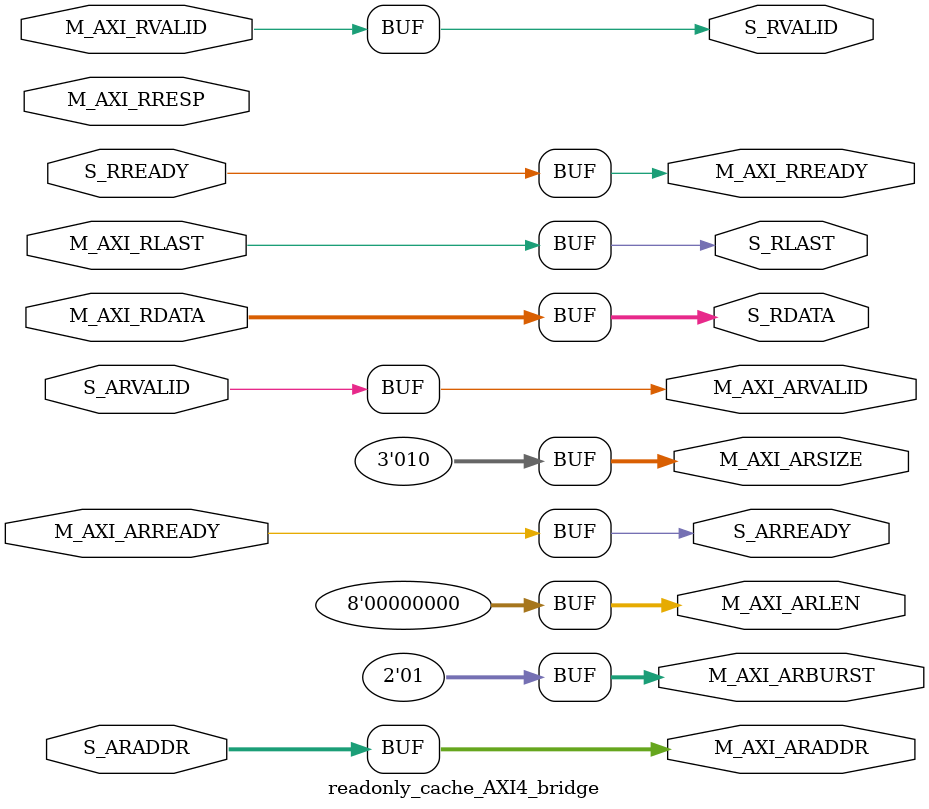
<source format=v>
`timescale 1ns / 1ps

module readonly_cache_AXI4_bridge#(
    parameter  integer M_AXI_ADDR_WIDTH = 32,
    parameter  integer M_AXI_DATA_WIDTH = 32,
    
    parameter integer M_AXI_BURST_LEN = 0,

    parameter integer M_AXI_BURST_SIZE = 2,

    // Thread ID Width
    parameter integer M_AXI_ID_WIDTH        = 1,
    // Width of User Write Address Bus
    parameter integer M_AXI_AWUSER_WIDTH    = 0,
    // Width of User Read Address Bus
    parameter integer M_AXI_ARUSER_WIDTH    = 0,
    // Width of User Write Data Bus
    parameter integer M_AXI_WUSER_WIDTH     = 0,
    // Width of User Read Data Bus
    parameter integer M_AXI_RUSER_WIDTH     = 0,
    // Width of User Response Bus
    parameter integer M_AXI_BUSER_WIDTH     = 0
)
(
    // From cache
    input wire [31:0] S_ARADDR,
    input wire S_ARVALID,
    output wire S_ARREADY,

    output wire [31:0] S_RDATA,
    output wire S_RVALID,
    output wire S_RLAST,
    input wire S_RREADY,

    // --------------------
    // AXI 4 
    // --------------------

    // --------------------
    // Write Address Channel
    // --------------------
    // Master Interface Write Address ID
    // AXI Interconnet appends its value
    //output wire [M_AXI_ID_WIDTH-1:0] M_AXI_AWID,
    // Master Interface Write Address
    //output wire [M_AXI_ADDR_WIDTH-1:0] M_AXI_AWADDR,
    // Burst length.
    // Burst len = AWLEN[7:0] + 1
    //output wire [7:0] M_AXI_AWLEN,
    // Burst size.
    // Bytes in transfer = 1 << AxSize[2:0]
    //output wire [2:0] M_AXI_AWSIZE,
    // Burst type. 
    //output wire [1 : 0] M_AXI_AWBURST,
    // Lock type
    // Exclusive access support not implemented in endpoint Xilinx IP.
    //output wire M_AXI_AWLOCK,
    // Memory type
    // Xilinx IP generally ignores (as slaves)
    //output wire [3:0] M_AXI_AWCACHE,
    // Protection type.
    // Xilinx IP generally ignores (as slaves)
    //output wire [2:0] M_AXI_AWPROT,
    // QoS
    // Not implemented in Xilinx Endpoint IP.
    //output wire [3:0] M_AXI_AWQOS,
    // Optional User-defined signal in the write address channel.
    //output wire [M_AXI_AWUSER_WIDTH-1:0] M_AXI_AWUSER,
    // Write address valid
    //output wire M_AXI_AWVALID,
    // Write address ready
    //input wire M_AXI_AWREADY,

    // --------------------
    // Write Data Channel
    // --------------------
    // Master Interface Write Data.
    //output wire [M_AXI_DATA_WIDTH-1:0] M_AXI_WDATA,
    // Write strobes.
    //output wire [M_AXI_DATA_WIDTH/8-1:0] M_AXI_WSTRB,
    // Write last. This signal indicates the last transfer in a write burst.
    //output wire M_AXI_WLAST,
    // Optional User-defined signal in the write channel.
    //output wire [M_AXI_WUSER_WIDTH-1:0] M_AXI_WUSER,
    // Write valid.
    //output wire M_AXI_WVALID,
    // Write ready.
    //input wire M_AXI_WREADY,

    // --------------------
    // Write Response Channel
    // --------------------
    // Master Interface Write Response.
    //input wire M_AXI_BID,
    // Write response.
    //input wire [1:0] M_AXI_BRESP,
    // Optional User-defined signal in the write response channel
    //input wire [M_AXI_BUSER_WIDTH-1:0] M_AXI_BUSER,
    // Write response valid.
    //input wire M_AXI_BVALID,
    // Response ready.
    //output wire M_AXI_BREADY,

    // --------------------
    // Read Address Channel
    // --------------------
    // Master Interface Read Address ID
    // AXI Interconnet appends its value
    //output wire [M_AXI_ID_WIDTH-1:0] M_AXI_ARID,
    // Master Interface Read Address
    output wire [M_AXI_ADDR_WIDTH-1:0] M_AXI_ARADDR,
    // Burst length.
    output wire [7:0] M_AXI_ARLEN,
    // Burst size.
    // Bytes in transfer = 1 << AxSize[2:0]
    output wire [2:0] M_AXI_ARSIZE,
    // Burst type.
    output wire [1 : 0] M_AXI_ARBURST,
    // Lock type
    // Exclusive access support not implemented in endpoint Xilinx IP.
    //output wire M_AXI_ARLOCK,
    // Memory type
    // Xilinx IP generally ignores (as slaves)
    //output wire [3:0] M_AXI_ARCACHE,
    // Protection type.
    // Xilinx IP generally ignores (as slaves)
    //output wire [2:0] M_AXI_ARPROT,
    // QoS
    // Not implemented in Xilinx Endpoint IP.
    //output wire [3:0] M_AXI_ARQOS,
    // Optional User-defined signal in the write address channel.
    //output wire [M_AXI_ARUSER_WIDTH-1:0] M_AXI_ARUSER,
    // Write address valid
    output wire M_AXI_ARVALID,
    // Write address ready
    input wire M_AXI_ARREADY,

    // --------------------
    // Read Data Channel
    // --------------------
    // Read ID tag.
    //input wire M_AXI_RID,
    // Master Read Data
    input wire [M_AXI_DATA_WIDTH-1 : 0] M_AXI_RDATA,
    // Read response. 
    input wire [1 : 0] M_AXI_RRESP,
    // Read last. 
    input wire M_AXI_RLAST,
    // Optional User-defined signal in the read address channel.
    //input wire [M_AXI_RUSER_WIDTH-1:0] M_AXI_RUSER,
    // Read valid. 
    input wire  M_AXI_RVALID,
    // Read ready. 
    output wire  M_AXI_RREADY
    );

    // I/O Connections assignments

    // To AXI
    // AXI Write Address
    //assign M_AXI_AWID       = 'b0;
    //assign M_AXI_AWADDR     = 'b0;
    //assign M_AXI_AWLEN      = 'b0;
    //assign M_AXI_AWSIZE     = 'd0;
    //assign M_AXI_AWBURST    = 2'b01;
    //assign M_AXI_AWLOCK     = 1'b0;
    //assign M_AXI_AWCACHE    = 4'b0010;
    //assign M_AXI_AWPROT     = 3'h0;
    //assign M_AXI_AWQOS      = 4'h0;
    //assign M_AXI_AWUSER     = 'b0;
    //assign M_AXI_AWVALID    = 'b0;  // never use
    // AXI Write Data
    //assign M_AXI_WDATA      = 'b0;
    //assign M_AXI_WSTRB      = {(M_AXI_DATA_WIDTH/8){1'b1}};
    //assign M_AXI_WLAST      = 'b0;
    //assign M_AXI_WUSER      = 'b0;
    //assign M_AXI_WVALID     = 'b0;  // never use
    // AXI Write Response
    //assign M_AXI_BREADY     = 'b0;  // never use

    // AXI Read Address
    //assign M_AXI_ARID       = 'b0;
    assign M_AXI_ARADDR     = S_ARADDR;
    assign M_AXI_ARLEN      = M_AXI_BURST_LEN;
    assign M_AXI_ARSIZE     = M_AXI_BURST_SIZE;
    assign M_AXI_ARBURST    = 2'b01;    // inc type
    //assign M_AXI_ARLOCK     = 1'b0;
    //assign M_AXI_ARCACHE    = 4'b0010;
    //assign M_AXI_ARPROT     = 3'h0;
    //assign M_AXI_ARQOS      = 4'h0;
    //assign M_AXI_ARUSER     = 'b0;
    assign M_AXI_ARVALID    = S_ARVALID;

    // AXI Read Response
    assign M_AXI_RREADY = S_RREADY;

    // To IF
    assign S_ARREADY = M_AXI_ARREADY;

    assign S_RDATA = M_AXI_RDATA;
    assign S_RLAST = M_AXI_RLAST;
    assign S_RVALID = M_AXI_RVALID;
endmodule
</source>
